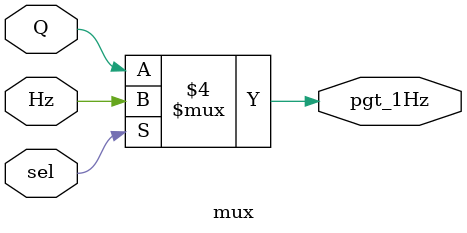
<source format=v>
module mux(input wire sel, Q, Hz,
          output reg  pgt_1Hz);
  
  always@*
  if (sel == 0)
    begin
      pgt_1Hz = Q;
    end
  else
      pgt_1Hz = Hz;
  
endmodule
</source>
